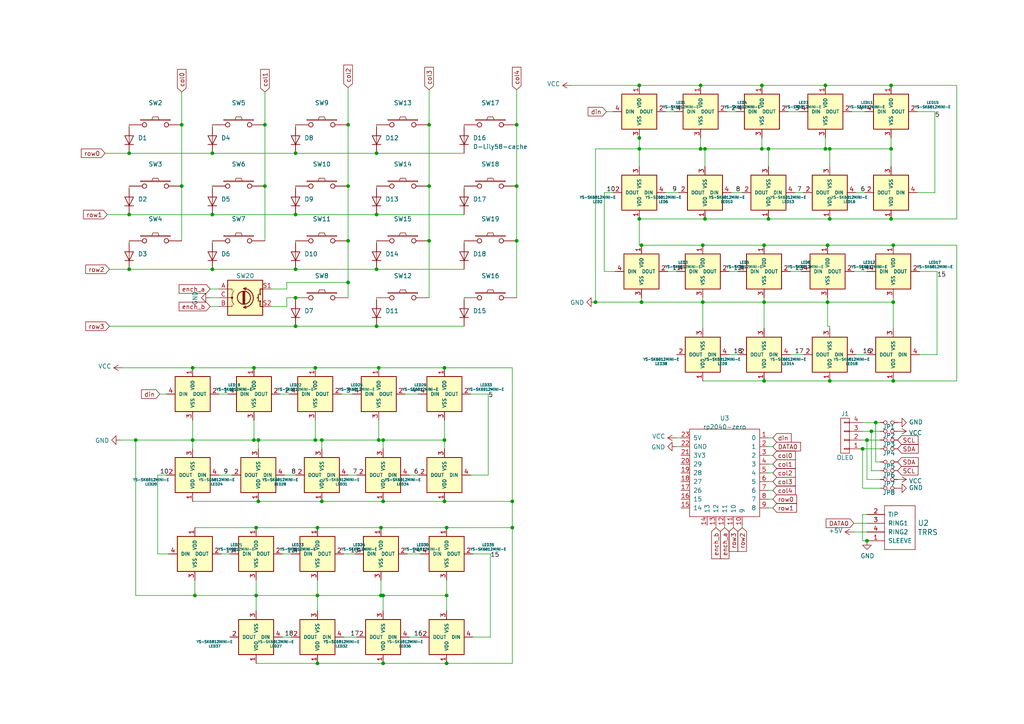
<source format=kicad_sch>
(kicad_sch (version 20230121) (generator eeschema)
  (paper "A4")
  (lib_symbols
    (symbol "SofleKeyboard-rescue:Jumper_NO_Small-Device" (pin_numbers hide) (pin_names (offset 0.762) hide)
      (property "Reference" "JP" (at 0 2.032 0))
      (property "Value" "Device_Jumper_NO_Small" (at 0.254 -1.524 0))
      (symbol "Jumper_NO_Small-Device_0_1"
        (pin passive line (at -2.54 0 0) (length 1.016) (name "1") (number "1"))
        (pin passive line (at 2.54 0 180) (length 1.016) (name "2") (number "2"))
      )
    )
    (symbol "SofleKeyboard-rescue:OLED-Lily58-cache-Lily58_Pro-rescue" (pin_names (offset 1.016) hide)
      (property "Reference" "J" (at 0 6.35 0))
      (property "Value" "OLED-Lily58-cache-Lily58_Pro-rescue" (at 2.54 0 90))
      (symbol "OLED-Lily58-cache-Lily58_Pro-rescue_1_1"
        (pin passive line (at -5.08 3.81 0) (length 3.81) (name "P1") (number "1"))
        (pin passive line (at -5.08 1.27 0) (length 3.81) (name "P2") (number "2"))
        (pin passive line (at -5.08 -1.27 0) (length 3.81) (name "P3") (number "3"))
        (pin passive line (at -5.08 -3.81 0) (length 3.81) (name "P4") (number "4"))
      )
    )
    (symbol "kbd:YS-SK6812MINI-E" (pin_names (offset 1.016))
      (property "Reference" "LED" (at 2.54 -7.62 0))
      (property "Value" "YS-SK6812MINI-E" (at 6.35 -6.35 0))
      (symbol "YS-SK6812MINI-E_1_1"
        (pin power_in line (at 0 7.62 270) (length 2.54) (name "VDD") (number "1"))
        (pin output line (at 7.62 0 180) (length 2.54) (name "DOUT") (number "2"))
        (pin power_in line (at 0 -7.62 90) (length 2.54) (name "VSS") (number "3"))
        (pin input line (at -7.62 0 0) (length 2.54) (name "DIN") (number "4"))
      )
    )
    (symbol "mcu_keeb:rp2040-zero" (pin_names (offset 1.016))
      (property "Reference" "U" (at 0 15.24 0))
      (property "Value" "rp2040-zero" (at 0 12.7 0))
      (symbol "rp2040-zero_1_1"
        (pin bidirectional line (at 12.7 8.89 180) (length 2.54) (name "0") (number "1"))
        (pin bidirectional line (at 5.08 -16.51 90) (length 2.54) (name "9") (number "10"))
        (pin bidirectional line (at 2.54 -16.51 90) (length 2.54) (name "10") (number "11"))
        (pin bidirectional line (at 0 -16.51 90) (length 2.54) (name "11") (number "12"))
        (pin bidirectional line (at -2.54 -16.51 90) (length 2.54) (name "12") (number "13"))
        (pin bidirectional line (at -5.08 -16.51 90) (length 2.54) (name "13") (number "14"))
        (pin bidirectional line (at -12.7 -11.43 0) (length 2.54) (name "14") (number "15"))
        (pin bidirectional line (at -12.7 -8.89 0) (length 2.54) (name "15") (number "16"))
        (pin bidirectional line (at -12.7 -6.35 0) (length 2.54) (name "26") (number "17"))
        (pin bidirectional line (at -12.7 -3.81 0) (length 2.54) (name "27") (number "18"))
        (pin bidirectional line (at -12.7 -1.27 0) (length 2.54) (name "28") (number "19"))
        (pin bidirectional line (at 12.7 6.35 180) (length 2.54) (name "1") (number "2"))
        (pin bidirectional line (at -12.7 1.27 0) (length 2.54) (name "29") (number "20"))
        (pin power_out line (at -12.7 3.81 0) (length 2.54) (name "3V3") (number "21"))
        (pin power_out line (at -12.7 6.35 0) (length 2.54) (name "GND") (number "22"))
        (pin power_out line (at -12.7 8.89 0) (length 2.54) (name "5V") (number "23"))
        (pin bidirectional line (at 12.7 3.81 180) (length 2.54) (name "2") (number "3"))
        (pin bidirectional line (at 12.7 1.27 180) (length 2.54) (name "3") (number "4"))
        (pin bidirectional line (at 12.7 -1.27 180) (length 2.54) (name "4") (number "5"))
        (pin bidirectional line (at 12.7 -3.81 180) (length 2.54) (name "5") (number "6"))
        (pin bidirectional line (at 12.7 -6.35 180) (length 2.54) (name "6") (number "7"))
        (pin bidirectional line (at 12.7 -8.89 180) (length 2.54) (name "7") (number "8"))
        (pin bidirectional line (at 12.7 -11.43 180) (length 2.54) (name "8") (number "9"))
      )
    )
    (symbol "micro_redox_split-rescue:TRRS-keebio" (pin_names (offset 1.016))
      (property "Reference" "U" (at 0 15.24 0))
      (property "Value" "keebio_TRRS" (at 0 -2.54 0))
      (symbol "TRRS-keebio_1_1"
        (pin input line (at -8.89 2.54 0) (length 5.08) (name "SLEEVE") (number "1"))
        (pin input line (at -8.89 10.16 0) (length 5.08) (name "TIP") (number "2"))
        (pin input line (at -8.89 7.62 0) (length 5.08) (name "RING1") (number "3"))
        (pin input line (at -8.89 5.08 0) (length 5.08) (name "RING2") (number "4"))
      )
    )
    (symbol "power:+5V" (power) (pin_names (offset 0))
      (property "Value" "+5V" (at 0 3.556 0))
      (symbol "+5V_1_1"
        (pin power_in line (at 0 0 90) (length 0) hide (name "+5V") (number "1"))
      )
    )
    (symbol "power:GND" (power) (pin_names (offset 0))
      (property "Value" "GND" (at 0 -3.81 0))
      (symbol "GND_1_1"
        (pin power_in line (at 0 0 270) (length 0) hide (name "GND") (number "1"))
      )
    )
    (symbol "power:VCC" (power) (pin_names (offset 0))
      (property "Value" "VCC" (at 0 3.81 0))
      (symbol "VCC_1_1"
        (pin power_in line (at 0 0 90) (length 0) hide (name "VCC") (number "1"))
      )
    )
    (symbol "sofle:D-Lily58-cache" (pin_numbers hide) (pin_names (offset 1.016) hide)
      (property "Reference" "D" (at 0 2.54 0))
      (property "Value" "D-Lily58-cache" (at 0 -2.54 0))
      (symbol "D-Lily58-cache_1_1"
        (pin passive line (at -3.81 0 0) (length 2.54) (name "K") (number "1"))
        (pin passive line (at 3.81 0 180) (length 2.54) (name "A") (number "2"))
      )
    )
    (symbol "sofle:Rotary_Encoder_Switch-Device" (pin_names (offset 0.254) hide)
      (property "Reference" "SW" (at 0 6.604 0))
      (property "Value" "Rotary_Encoder_Switch-Device" (at 0 -6.604 0))
      (symbol "Rotary_Encoder_Switch-Device_1_1"
        (pin passive line (at -7.62 2.54 0) (length 2.54) (name "A") (number "A"))
        (pin passive line (at -7.62 -2.54 0) (length 2.54) (name "B") (number "B"))
        (pin passive line (at -7.62 0 0) (length 2.54) (name "C") (number "C"))
        (pin passive line (at 7.62 2.54 180) (length 2.54) (name "S1") (number "S1"))
        (pin passive line (at 7.62 -2.54 180) (length 2.54) (name "S2") (number "S2"))
      )
    )
    (symbol "sofle:SW_PUSH-Lily58-cache" (pin_numbers hide) (pin_names (offset 1.016) hide)
      (property "Reference" "SW" (at 3.81 2.794 0))
      (property "Value" "SW_PUSH-Lily58-cache" (at 0 -2.032 0))
      (symbol "SW_PUSH-Lily58-cache_0_1"
        (pin passive inverted (at -7.62 0 0) (length 5.08) (name "1") (number "1"))
        (pin passive inverted (at 7.62 0 180) (length 5.08) (name "2") (number "2"))
      )
    )
  )
  (junction (at 203.835 71.12))
  (junction (at 258.445 24.765))
  (junction (at 259.08 110.49))
  (junction (at 128.905 127.635))
  (junction (at 85.725 86.36))
  (junction (at 61.595 44.45))
  (junction (at 252.73 125.095))
  (junction (at 185.42 40.005))
  (junction (at 100.965 53.975))
  (junction (at 251.46 156.845))
  (junction (at 55.88 127.635))
  (junction (at 129.54 153.035))
  (junction (at 110.49 153.035))
  (junction (at 222.885 43.18))
  (junction (at 149.86 53.975))
  (junction (at 109.855 106.68))
  (junction (at 61.595 62.23))
  (junction (at 92.075 172.72))
  (junction (at 111.125 172.72))
  (junction (at 128.905 145.415))
  (junction (at 186.055 87.63))
  (junction (at 37.465 62.23))
  (junction (at 149.86 36.195))
  (junction (at 61.595 78.105))
  (junction (at 254 122.555))
  (junction (at 85.725 78.105))
  (junction (at 129.54 192.405))
  (junction (at 74.93 145.415))
  (junction (at 203.2 24.765))
  (junction (at 73.66 127.635))
  (junction (at 221.615 110.49))
  (junction (at 85.725 62.23))
  (junction (at 124.46 53.975))
  (junction (at 74.295 153.035))
  (junction (at 100.965 36.195))
  (junction (at 109.22 62.23))
  (junction (at 251.46 127.635))
  (junction (at 203.835 87.63))
  (junction (at 148.59 145.415))
  (junction (at 55.88 106.68))
  (junction (at 52.705 36.195))
  (junction (at 239.395 43.18))
  (junction (at 258.445 63.5))
  (junction (at 129.54 172.72))
  (junction (at 220.98 24.765))
  (junction (at 92.075 192.405))
  (junction (at 74.295 172.72))
  (junction (at 204.47 43.18))
  (junction (at 39.37 127.635))
  (junction (at 172.72 87.63))
  (junction (at 239.395 24.765))
  (junction (at 111.125 127.635))
  (junction (at 52.705 53.975))
  (junction (at 92.075 153.035))
  (junction (at 149.86 69.85))
  (junction (at 128.905 106.68))
  (junction (at 109.22 94.615))
  (junction (at 148.59 153.035))
  (junction (at 85.725 44.45))
  (junction (at 109.855 127.635))
  (junction (at 240.665 110.49))
  (junction (at 93.345 127.635))
  (junction (at 185.42 43.18))
  (junction (at 259.08 71.12))
  (junction (at 221.615 87.63))
  (junction (at 76.835 36.195))
  (junction (at 111.125 192.405))
  (junction (at 240.665 63.5))
  (junction (at 37.465 78.105))
  (junction (at 56.515 172.72))
  (junction (at 185.42 63.5))
  (junction (at 91.44 106.68))
  (junction (at 109.22 44.45))
  (junction (at 222.885 63.5))
  (junction (at 259.08 87.63))
  (junction (at 76.835 53.975))
  (junction (at 74.93 127.635))
  (junction (at 73.66 106.68))
  (junction (at 185.42 24.765))
  (junction (at 240.03 87.63))
  (junction (at 221.615 71.12))
  (junction (at 37.465 44.45))
  (junction (at 203.2 43.18))
  (junction (at 186.055 71.12))
  (junction (at 110.49 172.72))
  (junction (at 91.44 127.635))
  (junction (at 109.22 78.105))
  (junction (at 258.445 43.18))
  (junction (at 100.965 81.915))
  (junction (at 124.46 69.85))
  (junction (at 100.965 69.85))
  (junction (at 124.46 36.195))
  (junction (at 240.665 43.18))
  (junction (at 250.19 130.175))
  (junction (at 85.725 94.615))
  (junction (at 240.03 71.12))
  (junction (at 204.47 63.5))
  (junction (at 220.98 43.18))
  (junction (at 93.345 145.415))
  (junction (at 111.125 145.415))
  (wire (pts (xy 229.235 102.87) (xy 233.045 102.87)))
  (wire (pts (xy 61.595 69.85) (xy 61.595 70.485)))
  (wire (pts (xy 251.46 127.635) (xy 251.46 139.065)))
  (wire (pts (xy 240.03 87.63) (xy 240.03 94.615)))
  (wire (pts (xy 211.455 102.87) (xy 213.995 102.87)))
  (wire (pts (xy 203.835 71.12) (xy 221.615 71.12)))
  (wire (pts (xy 247.65 78.74) (xy 251.46 78.74)))
  (wire (pts (xy 251.46 127.635) (xy 255.27 127.635)))
  (wire (pts (xy 63.5 137.795) (xy 67.31 137.795)))
  (wire (pts (xy 220.98 24.765) (xy 239.395 24.765)))
  (wire (pts (xy 129.54 172.72) (xy 129.54 168.275)))
  (wire (pts (xy 83.185 86.36) (xy 83.185 88.9)))
  (wire (pts (xy 149.86 26.035) (xy 149.86 36.195)))
  (wire (pts (xy 92.075 192.405) (xy 111.125 192.405)))
  (wire (pts (xy 258.445 43.18) (xy 258.445 40.005)))
  (wire (pts (xy 229.235 78.74) (xy 232.41 78.74)))
  (wire (pts (xy 250.19 125.095) (xy 252.73 125.095)))
  (wire (pts (xy 30.48 44.45) (xy 37.465 44.45)))
  (wire (pts (xy 74.93 127.635) (xy 91.44 127.635)))
  (wire (pts (xy 203.835 87.63) (xy 203.835 86.36)))
  (wire (pts (xy 93.345 127.635) (xy 109.855 127.635)))
  (wire (pts (xy 39.37 172.72) (xy 56.515 172.72)))
  (wire (pts (xy 128.905 127.635) (xy 128.905 130.175)))
  (wire (pts (xy 271.78 78.74) (xy 271.78 102.87)))
  (wire (pts (xy 60.96 83.82) (xy 63.5 83.82)))
  (wire (pts (xy 56.515 153.035) (xy 74.295 153.035)))
  (wire (pts (xy 203.2 43.18) (xy 203.2 40.005)))
  (wire (pts (xy 222.885 134.62) (xy 224.155 134.62)))
  (wire (pts (xy 222.885 43.18) (xy 239.395 43.18)))
  (wire (pts (xy 37.465 62.23) (xy 61.595 62.23)))
  (wire (pts (xy 141.605 114.3) (xy 141.605 137.795)))
  (wire (pts (xy 252.73 125.095) (xy 252.73 136.525)))
  (wire (pts (xy 142.24 160.655) (xy 142.24 184.785)))
  (wire (pts (xy 83.185 83.82) (xy 83.185 81.915)))
  (wire (pts (xy 39.37 127.635) (xy 55.88 127.635)))
  (wire (pts (xy 250.19 149.225) (xy 250.19 156.845)))
  (wire (pts (xy 78.74 83.82) (xy 83.185 83.82)))
  (wire (pts (xy 247.015 32.385) (xy 250.825 32.385)))
  (wire (pts (xy 204.47 48.26) (xy 204.47 43.18)))
  (wire (pts (xy 61.595 62.23) (xy 85.725 62.23)))
  (wire (pts (xy 172.72 87.63) (xy 172.72 43.18)))
  (wire (pts (xy 149.86 69.85) (xy 149.86 86.36)))
  (wire (pts (xy 76.835 36.195) (xy 76.835 53.975)))
  (wire (pts (xy 222.885 142.24) (xy 224.155 142.24)))
  (wire (pts (xy 61.595 53.975) (xy 61.595 54.61)))
  (wire (pts (xy 134.62 86.36) (xy 134.62 86.995)))
  (wire (pts (xy 221.615 87.63) (xy 221.615 95.25)))
  (wire (pts (xy 185.42 24.765) (xy 203.2 24.765)))
  (wire (pts (xy 100.965 137.795) (xy 103.505 137.795)))
  (wire (pts (xy 185.42 39.37) (xy 185.42 40.005)))
  (wire (pts (xy 148.59 106.68) (xy 148.59 145.415)))
  (wire (pts (xy 175.26 78.74) (xy 178.435 78.74)))
  (wire (pts (xy 74.93 145.415) (xy 93.345 145.415)))
  (wire (pts (xy 266.7 78.74) (xy 271.78 78.74)))
  (wire (pts (xy 247.65 154.305) (xy 251.46 154.305)))
  (wire (pts (xy 240.665 63.5) (xy 258.445 63.5)))
  (wire (pts (xy 91.44 127.635) (xy 93.345 127.635)))
  (wire (pts (xy 37.465 44.45) (xy 61.595 44.45)))
  (wire (pts (xy 252.73 136.525) (xy 255.27 136.525)))
  (wire (pts (xy 93.345 127.635) (xy 93.345 130.175)))
  (wire (pts (xy 83.185 88.9) (xy 78.74 88.9)))
  (wire (pts (xy 85.725 62.23) (xy 109.22 62.23)))
  (wire (pts (xy 230.505 55.88) (xy 233.045 55.88)))
  (wire (pts (xy 250.19 141.605) (xy 255.27 141.605)))
  (wire (pts (xy 128.905 106.68) (xy 148.59 106.68)))
  (wire (pts (xy 118.745 184.785) (xy 121.92 184.785)))
  (wire (pts (xy 128.905 145.415) (xy 148.59 145.415)))
  (wire (pts (xy 259.08 87.63) (xy 259.08 95.25)))
  (wire (pts (xy 222.885 132.08) (xy 224.155 132.08)))
  (wire (pts (xy 240.03 71.12) (xy 259.08 71.12)))
  (wire (pts (xy 48.26 137.795) (xy 45.72 137.795)))
  (wire (pts (xy 124.46 53.975) (xy 124.46 69.85)))
  (wire (pts (xy 74.295 192.405) (xy 92.075 192.405)))
  (wire (pts (xy 85.725 44.45) (xy 109.22 44.45)))
  (wire (pts (xy 203.835 110.49) (xy 221.615 110.49)))
  (wire (pts (xy 266.065 32.385) (xy 271.145 32.385)))
  (wire (pts (xy 203.835 87.63) (xy 203.835 95.25)))
  (wire (pts (xy 149.86 53.975) (xy 149.86 69.85)))
  (wire (pts (xy 251.46 149.225) (xy 250.19 149.225)))
  (wire (pts (xy 250.19 127.635) (xy 251.46 127.635)))
  (wire (pts (xy 37.465 36.195) (xy 37.465 36.83)))
  (wire (pts (xy 172.72 43.18) (xy 185.42 43.18)))
  (wire (pts (xy 63.5 114.3) (xy 66.04 114.3)))
  (wire (pts (xy 177.8 55.88) (xy 175.26 55.88)))
  (wire (pts (xy 185.42 40.005) (xy 185.42 43.18)))
  (wire (pts (xy 109.22 44.45) (xy 134.62 44.45)))
  (wire (pts (xy 109.22 78.105) (xy 134.62 78.105)))
  (wire (pts (xy 109.22 86.36) (xy 109.22 86.995)))
  (wire (pts (xy 111.125 127.635) (xy 111.125 130.175)))
  (wire (pts (xy 109.855 127.635) (xy 111.125 127.635)))
  (wire (pts (xy 111.125 172.72) (xy 111.125 177.165)))
  (wire (pts (xy 207.645 152.4) (xy 207.645 153.035)))
  (wire (pts (xy 222.885 129.54) (xy 224.155 129.54)))
  (wire (pts (xy 239.395 24.765) (xy 258.445 24.765)))
  (wire (pts (xy 148.59 192.405) (xy 129.54 192.405)))
  (wire (pts (xy 277.495 24.765) (xy 277.495 63.5)))
  (wire (pts (xy 259.08 110.49) (xy 277.495 110.49)))
  (wire (pts (xy 222.885 147.32) (xy 224.155 147.32)))
  (wire (pts (xy 220.98 43.18) (xy 220.98 40.005)))
  (wire (pts (xy 251.46 151.765) (xy 247.65 151.765)))
  (wire (pts (xy 91.44 106.68) (xy 109.855 106.68)))
  (wire (pts (xy 211.455 78.74) (xy 213.995 78.74)))
  (wire (pts (xy 128.905 121.92) (xy 128.905 127.635)))
  (wire (pts (xy 222.885 127) (xy 224.155 127)))
  (wire (pts (xy 240.665 43.18) (xy 258.445 43.18)))
  (wire (pts (xy 210.185 152.4) (xy 210.185 153.035)))
  (wire (pts (xy 228.6 32.385) (xy 231.775 32.385)))
  (wire (pts (xy 186.055 87.63) (xy 203.835 87.63)))
  (wire (pts (xy 250.19 130.175) (xy 250.19 141.605)))
  (wire (pts (xy 109.22 53.975) (xy 109.22 54.61)))
  (wire (pts (xy 100.965 81.915) (xy 100.965 86.36)))
  (wire (pts (xy 258.445 43.18) (xy 258.445 48.26)))
  (wire (pts (xy 100.965 36.195) (xy 100.965 53.975)))
  (wire (pts (xy 271.78 102.87) (xy 266.7 102.87)))
  (wire (pts (xy 277.495 63.5) (xy 258.445 63.5)))
  (wire (pts (xy 250.19 156.845) (xy 251.46 156.845)))
  (wire (pts (xy 52.705 53.975) (xy 52.705 69.85)))
  (wire (pts (xy 74.295 172.72) (xy 92.075 172.72)))
  (wire (pts (xy 240.03 87.63) (xy 240.03 86.36)))
  (wire (pts (xy 165.735 24.765) (xy 185.42 24.765)))
  (wire (pts (xy 100.965 25.4) (xy 100.965 36.195)))
  (wire (pts (xy 46.355 114.3) (xy 48.26 114.3)))
  (wire (pts (xy 175.26 55.88) (xy 175.26 78.74)))
  (wire (pts (xy 193.04 32.385) (xy 195.58 32.385)))
  (wire (pts (xy 134.62 69.85) (xy 134.62 70.485)))
  (wire (pts (xy 221.615 87.63) (xy 240.03 87.63)))
  (wire (pts (xy 185.42 63.5) (xy 204.47 63.5)))
  (wire (pts (xy 99.06 114.3) (xy 102.235 114.3)))
  (wire (pts (xy 204.47 43.18) (xy 220.98 43.18)))
  (wire (pts (xy 248.285 55.88) (xy 250.825 55.88)))
  (wire (pts (xy 186.055 87.63) (xy 186.055 86.36)))
  (wire (pts (xy 149.86 36.195) (xy 149.86 53.975)))
  (wire (pts (xy 76.835 26.67) (xy 76.835 36.195)))
  (wire (pts (xy 37.465 69.85) (xy 37.465 70.485)))
  (wire (pts (xy 124.46 26.035) (xy 124.46 36.195)))
  (wire (pts (xy 185.42 63.5) (xy 185.42 71.12)))
  (wire (pts (xy 172.72 87.63) (xy 186.055 87.63)))
  (wire (pts (xy 61.595 36.195) (xy 61.595 36.83)))
  (wire (pts (xy 196.215 127) (xy 197.485 127)))
  (wire (pts (xy 56.515 172.72) (xy 74.295 172.72)))
  (wire (pts (xy 55.88 127.635) (xy 55.88 121.92)))
  (wire (pts (xy 118.745 137.795) (xy 121.285 137.795)))
  (wire (pts (xy 220.98 43.18) (xy 222.885 43.18)))
  (wire (pts (xy 193.675 78.74) (xy 196.215 78.74)))
  (wire (pts (xy 31.75 78.105) (xy 37.465 78.105)))
  (wire (pts (xy 129.54 172.72) (xy 129.54 177.165)))
  (wire (pts (xy 254 133.985) (xy 255.27 133.985)))
  (wire (pts (xy 52.705 36.195) (xy 52.705 53.975)))
  (wire (pts (xy 240.665 43.18) (xy 240.665 48.26)))
  (wire (pts (xy 85.725 86.36) (xy 85.725 86.995)))
  (wire (pts (xy 252.73 125.095) (xy 255.27 125.095)))
  (wire (pts (xy 110.49 153.035) (xy 129.54 153.035)))
  (wire (pts (xy 204.47 63.5) (xy 222.885 63.5)))
  (wire (pts (xy 137.16 160.655) (xy 142.24 160.655)))
  (wire (pts (xy 31.75 94.615) (xy 85.725 94.615)))
  (wire (pts (xy 196.215 129.54) (xy 197.485 129.54)))
  (wire (pts (xy 109.22 36.195) (xy 109.22 36.83)))
  (wire (pts (xy 92.075 172.72) (xy 110.49 172.72)))
  (wire (pts (xy 85.725 53.975) (xy 85.725 54.61)))
  (wire (pts (xy 148.59 145.415) (xy 148.59 153.035)))
  (wire (pts (xy 92.075 172.72) (xy 92.075 177.165)))
  (wire (pts (xy 109.855 106.68) (xy 128.905 106.68)))
  (wire (pts (xy 35.56 106.68) (xy 55.88 106.68)))
  (wire (pts (xy 37.465 78.105) (xy 61.595 78.105)))
  (wire (pts (xy 222.885 137.16) (xy 224.155 137.16)))
  (wire (pts (xy 52.705 26.67) (xy 52.705 36.195)))
  (wire (pts (xy 74.295 168.275) (xy 74.295 172.72)))
  (wire (pts (xy 134.62 53.975) (xy 134.62 54.61)))
  (wire (pts (xy 76.835 53.975) (xy 76.835 69.85)))
  (wire (pts (xy 45.72 160.655) (xy 48.895 160.655)))
  (wire (pts (xy 111.125 145.415) (xy 128.905 145.415)))
  (wire (pts (xy 203.2 24.765) (xy 220.98 24.765)))
  (wire (pts (xy 61.595 44.45) (xy 85.725 44.45)))
  (wire (pts (xy 193.04 55.88) (xy 196.85 55.88)))
  (wire (pts (xy 99.695 160.655) (xy 102.87 160.655)))
  (wire (pts (xy 111.125 192.405) (xy 129.54 192.405)))
  (wire (pts (xy 91.44 127.635) (xy 91.44 121.92)))
  (wire (pts (xy 74.93 127.635) (xy 74.93 130.175)))
  (wire (pts (xy 248.285 102.87) (xy 251.46 102.87)))
  (wire (pts (xy 255.27 130.175) (xy 250.19 130.175)))
  (wire (pts (xy 124.46 36.195) (xy 124.46 53.975)))
  (wire (pts (xy 55.88 106.68) (xy 73.66 106.68)))
  (wire (pts (xy 221.615 71.12) (xy 240.03 71.12)))
  (wire (pts (xy 109.22 62.23) (xy 134.62 62.23)))
  (wire (pts (xy 93.345 145.415) (xy 111.125 145.415)))
  (wire (pts (xy 240.03 87.63) (xy 259.08 87.63)))
  (wire (pts (xy 117.475 114.3) (xy 121.285 114.3)))
  (wire (pts (xy 258.445 24.765) (xy 277.495 24.765)))
  (wire (pts (xy 136.525 114.3) (xy 141.605 114.3)))
  (wire (pts (xy 271.145 55.88) (xy 266.065 55.88)))
  (wire (pts (xy 100.965 53.975) (xy 100.965 69.85)))
  (wire (pts (xy 240.665 110.49) (xy 259.08 110.49)))
  (wire (pts (xy 92.075 168.275) (xy 92.075 172.72)))
  (wire (pts (xy 185.42 43.18) (xy 185.42 48.26)))
  (wire (pts (xy 110.49 168.275) (xy 110.49 172.72)))
  (wire (pts (xy 222.885 144.78) (xy 224.155 144.78)))
  (wire (pts (xy 100.965 69.85) (xy 100.965 81.915)))
  (wire (pts (xy 254 122.555) (xy 254 133.985)))
  (wire (pts (xy 99.695 184.785) (xy 103.505 184.785)))
  (wire (pts (xy 124.46 69.85) (xy 124.46 86.36)))
  (wire (pts (xy 74.295 153.035) (xy 92.075 153.035)))
  (wire (pts (xy 31.115 62.23) (xy 37.465 62.23)))
  (wire (pts (xy 215.265 152.4) (xy 215.265 153.035)))
  (wire (pts (xy 74.295 172.72) (xy 74.295 177.165)))
  (wire (pts (xy 45.72 137.795) (xy 45.72 160.655)))
  (wire (pts (xy 239.395 43.18) (xy 239.395 40.005)))
  (wire (pts (xy 210.82 32.385) (xy 213.36 32.385)))
  (wire (pts (xy 142.24 184.785) (xy 137.16 184.785)))
  (wire (pts (xy 34.925 127.635) (xy 39.37 127.635)))
  (wire (pts (xy 222.885 43.18) (xy 222.885 48.26)))
  (wire (pts (xy 186.055 71.12) (xy 203.835 71.12)))
  (wire (pts (xy 204.47 43.18) (xy 203.2 43.18)))
  (wire (pts (xy 134.62 36.195) (xy 134.62 36.83)))
  (wire (pts (xy 212.725 152.4) (xy 212.725 153.035)))
  (wire (pts (xy 37.465 53.975) (xy 37.465 54.61)))
  (wire (pts (xy 254 122.555) (xy 255.27 122.555)))
  (wire (pts (xy 64.135 160.655) (xy 66.675 160.655)))
  (wire (pts (xy 221.615 110.49) (xy 240.665 110.49)))
  (wire (pts (xy 148.59 153.035) (xy 148.59 192.405)))
  (wire (pts (xy 73.66 127.635) (xy 73.66 121.92)))
  (wire (pts (xy 111.125 172.72) (xy 129.54 172.72)))
  (wire (pts (xy 85.725 86.36) (xy 83.185 86.36)))
  (wire (pts (xy 240.03 94.615) (xy 240.665 94.615)))
  (wire (pts (xy 81.28 114.3) (xy 83.82 114.3)))
  (wire (pts (xy 55.88 127.635) (xy 55.88 130.175)))
  (wire (pts (xy 271.145 32.385) (xy 271.145 55.88)))
  (wire (pts (xy 111.125 127.635) (xy 128.905 127.635)))
  (wire (pts (xy 81.915 184.785) (xy 84.455 184.785)))
  (wire (pts (xy 148.59 153.035) (xy 129.54 153.035)))
  (wire (pts (xy 61.595 78.105) (xy 85.725 78.105)))
  (wire (pts (xy 239.395 43.18) (xy 240.665 43.18)))
  (wire (pts (xy 118.11 160.655) (xy 121.92 160.655)))
  (wire (pts (xy 85.725 36.195) (xy 85.725 36.83)))
  (wire (pts (xy 277.495 71.12) (xy 277.495 110.49)))
  (wire (pts (xy 222.885 139.7) (xy 224.155 139.7)))
  (wire (pts (xy 73.66 127.635) (xy 74.93 127.635)))
  (wire (pts (xy 39.37 127.635) (xy 39.37 172.72)))
  (wire (pts (xy 56.515 172.72) (xy 56.515 168.275)))
  (wire (pts (xy 60.96 88.9) (xy 63.5 88.9)))
  (wire (pts (xy 185.42 43.18) (xy 203.2 43.18)))
  (wire (pts (xy 109.855 127.635) (xy 109.855 121.92)))
  (wire (pts (xy 259.08 71.12) (xy 277.495 71.12)))
  (wire (pts (xy 141.605 137.795) (xy 136.525 137.795)))
  (wire (pts (xy 185.42 71.12) (xy 186.055 71.12)))
  (wire (pts (xy 109.22 94.615) (xy 134.62 94.615)))
  (wire (pts (xy 212.09 55.88) (xy 215.265 55.88)))
  (wire (pts (xy 175.895 32.385) (xy 177.8 32.385)))
  (wire (pts (xy 73.66 106.68) (xy 91.44 106.68)))
  (wire (pts (xy 60.96 86.36) (xy 63.5 86.36)))
  (wire (pts (xy 203.835 87.63) (xy 221.615 87.63)))
  (wire (pts (xy 250.19 122.555) (xy 254 122.555)))
  (wire (pts (xy 85.725 69.85) (xy 85.725 70.485)))
  (wire (pts (xy 85.725 78.105) (xy 109.22 78.105)))
  (wire (pts (xy 82.55 137.795) (xy 85.725 137.795)))
  (wire (pts (xy 222.885 63.5) (xy 240.665 63.5)))
  (wire (pts (xy 109.22 69.85) (xy 109.22 70.485)))
  (wire (pts (xy 221.615 87.63) (xy 221.615 86.36)))
  (wire (pts (xy 85.725 94.615) (xy 109.22 94.615)))
  (wire (pts (xy 240.665 94.615) (xy 240.665 95.25)))
  (wire (pts (xy 83.185 81.915) (xy 100.965 81.915)))
  (wire (pts (xy 251.46 139.065) (xy 255.27 139.065)))
  (wire (pts (xy 259.08 87.63) (xy 259.08 86.36)))
  (wire (pts (xy 55.88 145.415) (xy 74.93 145.415)))
  (wire (pts (xy 110.49 172.72) (xy 111.125 172.72)))
  (wire (pts (xy 55.88 127.635) (xy 73.66 127.635)))
  (wire (pts (xy 81.915 160.655) (xy 84.455 160.655)))
  (wire (pts (xy 92.075 153.035) (xy 110.49 153.035)))
  (label "10" (at 46.355 137.795 0))
  (label "10" (at 175.895 55.88 0))
  (label "16" (at 120.015 184.785 0))
  (label "5" (at 271.145 34.29 0))
  (label "7" (at 231.14 55.88 0))
  (label "17" (at 230.505 102.87 0))
  (label "18" (at 212.725 102.87 0))
  (label "6" (at 249.555 55.88 0))
  (label "18" (at 82.55 184.785 0))
  (label "14" (at 249.555 78.74 0))
  (label "1" (at 64.77 114.3 0))
  (label "12" (at 83.185 160.655 0))
  (label "2" (at 212.09 32.385 0))
  (label "3" (at 230.505 32.385 0))
  (label "15" (at 271.78 80.645 0))
  (label "8" (at 213.36 55.88 0))
  (label "13" (at 101.6 160.655 0))
  (label "17" (at 101.6 184.785 0))
  (label "2" (at 82.55 114.3 0))
  (label "1" (at 194.31 32.385 0))
  (label "11" (at 65.405 160.655 0))
  (label "14" (at 119.38 160.655 0))
  (label "9" (at 64.77 137.795 0))
  (label "9" (at 194.945 55.88 0))
  (label "5" (at 141.605 115.57 0))
  (label "11" (at 194.945 78.74 0))
  (label "4" (at 119.38 114.3 0))
  (label "16" (at 250.19 102.87 0))
  (label "3" (at 100.33 114.3 0))
  (label "15" (at 142.24 161.925 0))
  (label "4" (at 248.92 32.385 0))
  (label "13" (at 230.505 78.74 0))
  (label "12" (at 212.725 78.74 0))
  (label "7" (at 102.235 137.795 0))
  (label "8" (at 84.455 137.795 0))
  (label "6" (at 120.015 137.795 0))
  (global_label "col4" (shape input) (at 149.86 26.035 90) (property "Intersheetrefs" "${INTERSHEET_REFS}" (effects hide)))
  (global_label "col4" (shape input) (at 224.155 142.24 0) (property "Intersheetrefs" "${INTERSHEET_REFS}" (effects hide)))
  (global_label "row3" (shape input) (at 212.725 153.035 270) (property "Intersheetrefs" "${INTERSHEET_REFS}" (effects hide)))
  (global_label "row1" (shape input) (at 224.155 147.32 0) (property "Intersheetrefs" "${INTERSHEET_REFS}" (effects hide)))
  (global_label "col3" (shape input) (at 224.155 139.7 0) (property "Intersheetrefs" "${INTERSHEET_REFS}" (effects hide)))
  (global_label "row0" (shape input) (at 224.155 144.78 0) (property "Intersheetrefs" "${INTERSHEET_REFS}" (effects hide)))
  (global_label "SCL" (shape input) (at 260.35 127.635 0) (property "Intersheetrefs" "${INTERSHEET_REFS}" (effects hide)))
  (global_label "din" (shape input) (at 224.155 127 0) (property "Intersheetrefs" "${INTERSHEET_REFS}" (effects hide)))
  (global_label "col1" (shape input) (at 76.835 26.67 90) (property "Intersheetrefs" "${INTERSHEET_REFS}" (effects hide)))
  (global_label "SDA" (shape input) (at 260.35 133.985 0) (property "Intersheetrefs" "${INTERSHEET_REFS}" (effects hide)))
  (global_label "row0" (shape input) (at 30.48 44.45 180) (property "Intersheetrefs" "${INTERSHEET_REFS}" (effects hide)))
  (global_label "SDA" (shape input) (at 260.35 130.175 0) (property "Intersheetrefs" "${INTERSHEET_REFS}" (effects hide)))
  (global_label "ench_a" (shape input) (at 60.96 83.82 180) (property "Intersheetrefs" "${INTERSHEET_REFS}" (effects hide)))
  (global_label "DATA0" (shape input) (at 247.65 151.765 180) (property "Intersheetrefs" "${INTERSHEET_REFS}" (effects hide)))
  (global_label "col1" (shape input) (at 224.155 134.62 0) (property "Intersheetrefs" "${INTERSHEET_REFS}" (effects hide)))
  (global_label "row2" (shape input) (at 31.75 78.105 180) (property "Intersheetrefs" "${INTERSHEET_REFS}" (effects hide)))
  (global_label "ench_b" (shape input) (at 207.645 153.035 270) (property "Intersheetrefs" "${INTERSHEET_REFS}" (effects hide)))
  (global_label "SCL" (shape input) (at 260.35 136.525 0) (property "Intersheetrefs" "${INTERSHEET_REFS}" (effects hide)))
  (global_label "col0" (shape input) (at 52.705 26.67 90) (property "Intersheetrefs" "${INTERSHEET_REFS}" (effects hide)))
  (global_label "din" (shape input) (at 175.895 32.385 180) (property "Intersheetrefs" "${INTERSHEET_REFS}" (effects hide)))
  (global_label "col3" (shape input) (at 124.46 26.035 90) (property "Intersheetrefs" "${INTERSHEET_REFS}" (effects hide)))
  (global_label "DATA0" (shape input) (at 224.155 129.54 0) (property "Intersheetrefs" "${INTERSHEET_REFS}" (effects hide)))
  (global_label "col2" (shape input) (at 100.965 25.4 90) (property "Intersheetrefs" "${INTERSHEET_REFS}" (effects hide)))
  (global_label "din" (shape input) (at 46.355 114.3 180) (property "Intersheetrefs" "${INTERSHEET_REFS}" (effects hide)))
  (global_label "ench_a" (shape input) (at 210.185 153.035 270) (property "Intersheetrefs" "${INTERSHEET_REFS}" (effects hide)))
  (global_label "row1" (shape input) (at 31.115 62.23 180) (property "Intersheetrefs" "${INTERSHEET_REFS}" (effects hide)))
  (global_label "col2" (shape input) (at 224.155 137.16 0) (property "Intersheetrefs" "${INTERSHEET_REFS}" (effects hide)))
  (global_label "row2" (shape input) (at 215.265 153.035 270) (property "Intersheetrefs" "${INTERSHEET_REFS}" (effects hide)))
  (global_label "row3" (shape input) (at 31.75 94.615 180) (property "Intersheetrefs" "${INTERSHEET_REFS}" (effects hide)))
  (global_label "col0" (shape input) (at 224.155 132.08 0) (property "Intersheetrefs" "${INTERSHEET_REFS}" (effects hide)))
  (global_label "ench_b" (shape input) (at 60.96 88.9 180) (property "Intersheetrefs" "${INTERSHEET_REFS}" (effects hide)))
  (symbol (lib_id "micro_redox_split-rescue:TRRS-keebio") (at 260.35 159.385 0) (unit 1)
    (property "Reference" "U2" (at 266.1412 151.6888 0) (effects (font (size 1.524 1.524)) (justify left)))
    (property "Value" "TRRS" (at 266.1412 154.3812 0) (effects (font (size 1.524 1.524)) (justify left)))
    (property "Footprint" "Keebio-Parts:TRRS-PJ-320A-no-Fmask-makenova-reversible" (effects hide))
  )
  (symbol (lib_id "power:GND") (at 251.46 156.845 0) (unit 1)
    (property "Reference" "#PWR020" (effects hide))
    (property "Value" "GND" (at 251.587 161.2392 0))
  )
  (symbol (lib_id "power:+5V") (at 247.65 154.305 90) (unit 1)
    (property "Reference" "#PWR019" (effects hide))
    (property "Value" "+5V" (at 244.3988 153.924 90) (effects (justify left)))
  )
  (symbol (lib_id "kbd:YS-SK6812MINI-E") (at 74.295 184.785 180) (unit 1)
    (property "Reference" "LED37" (at 62.23 187.4138 0) (effects (font (size 0.7366 0.7366))))
    (property "Value" "YS-SK6812MINI-E" (at 62.23 186.1438 0) (effects (font (size 0.7366 0.7366))))
    (property "Footprint" "kbd:YS-SK6812MINI-E" (effects hide))
  )
  (symbol (lib_id "kbd:YS-SK6812MINI-E") (at 128.905 137.795 180) (unit 1)
    (property "Reference" "LED34" (at 116.84 140.4238 0) (effects (font (size 0.7366 0.7366))))
    (property "Value" "YS-SK6812MINI-E" (at 116.84 139.1538 0) (effects (font (size 0.7366 0.7366))))
    (property "Footprint" "kbd:YS-SK6812MINI-E" (effects hide))
  )
  (symbol (lib_id "kbd:YS-SK6812MINI-E") (at 259.08 78.74 0) (unit 1)
    (property "Reference" "LED17" (at 271.145 76.1112 0) (effects (font (size 0.7366 0.7366))))
    (property "Value" "YS-SK6812MINI-E" (at 271.145 77.3812 0) (effects (font (size 0.7366 0.7366))))
    (property "Footprint" "kbd:YS-SK6812MINI-E" (effects hide))
  )
  (symbol (lib_id "sofle:Rotary_Encoder_Switch-Device") (at 71.12 86.36 0) (unit 1)
    (property "Reference" "SW20" (at 71.12 80.01 0))
    (property "Value" "Rotary_Encoder_Switch-Device" (effects hide))
    (property "Footprint" "sofle:RotaryEncoder_Alps_EC11E-Switch_Vertical_H20mm-keebio_modified" (effects hide))
  )
  (symbol (lib_id "SofleKeyboard-rescue:Jumper_NO_Small-Device") (at 257.81 139.065 0) (unit 1)
    (property "Reference" "JP7" (at 257.81 140.335 0))
    (property "Value" "Jumper_NO_Small" (effects hide))
    (property "Footprint" "sofle:Jumper" (effects hide))
  )
  (symbol (lib_id "sofle:SW_PUSH-Lily58-cache") (at 45.085 69.85 0) (unit 1)
    (property "Reference" "SW4" (at 45.085 63.5 0))
    (property "Value" "SW_PUSH-Lily58-cache" (effects hide))
    (property "Footprint" "sofle:CherryMX_Hotswap" (effects hide))
  )
  (symbol (lib_id "kbd:YS-SK6812MINI-E") (at 128.905 114.3 0) (unit 1)
    (property "Reference" "LED33" (at 140.97 111.6712 0) (effects (font (size 0.7366 0.7366))))
    (property "Value" "YS-SK6812MINI-E" (at 140.97 112.9412 0) (effects (font (size 0.7366 0.7366))))
    (property "Footprint" "kbd:YS-SK6812MINI-E" (effects hide))
  )
  (symbol (lib_id "power:VCC") (at 35.56 106.68 90) (unit 1)
    (property "Reference" "#PWR010" (effects hide))
    (property "Value" "VCC" (at 32.3088 106.2482 90) (effects (justify left)))
  )
  (symbol (lib_id "kbd:YS-SK6812MINI-E") (at 185.42 55.88 180) (unit 1)
    (property "Reference" "LED2" (at 173.355 58.5088 0) (effects (font (size 0.7366 0.7366))))
    (property "Value" "YS-SK6812MINI-E" (at 173.355 57.2388 0) (effects (font (size 0.7366 0.7366))))
    (property "Footprint" "kbd:YS-SK6812MINI-E" (effects hide))
  )
  (symbol (lib_id "kbd:YS-SK6812MINI-E") (at 221.615 78.74 0) (unit 1)
    (property "Reference" "LED8" (at 233.68 76.1112 0) (effects (font (size 0.7366 0.7366))))
    (property "Value" "YS-SK6812MINI-E" (at 233.68 77.3812 0) (effects (font (size 0.7366 0.7366))))
    (property "Footprint" "kbd:YS-SK6812MINI-E" (effects hide))
  )
  (symbol (lib_id "sofle:SW_PUSH-Lily58-cache") (at 116.84 86.36 0) (unit 1)
    (property "Reference" "SW12" (at 116.84 80.01 0))
    (property "Value" "SW_PUSH-Lily58-cache" (effects hide))
    (property "Footprint" "sofle:CherryMX_Hotswap" (effects hide))
  )
  (symbol (lib_id "sofle:SW_PUSH-Lily58-cache") (at 116.84 69.85 0) (unit 1)
    (property "Reference" "SW15" (at 116.84 63.5 0))
    (property "Value" "SW_PUSH-Lily58-cache" (effects hide))
    (property "Footprint" "sofle:CherryMX_Hotswap" (effects hide))
  )
  (symbol (lib_id "kbd:YS-SK6812MINI-E") (at 91.44 114.3 0) (unit 1)
    (property "Reference" "LED25" (at 103.505 111.6712 0) (effects (font (size 0.7366 0.7366))))
    (property "Value" "YS-SK6812MINI-E" (at 103.505 112.9412 0) (effects (font (size 0.7366 0.7366))))
    (property "Footprint" "kbd:YS-SK6812MINI-E" (effects hide))
  )
  (symbol (lib_id "sofle:D-Lily58-cache") (at 134.62 90.805 90) (unit 1)
    (property "Reference" "D15" (at 137.16 90.17 90) (effects (justify right)))
    (property "Value" "D-Lily58-cache" (effects hide))
    (property "Footprint" "sofle:Diode_SOD123" (effects hide))
  )
  (symbol (lib_id "sofle:D-Lily58-cache") (at 85.725 58.42 90) (unit 1)
    (property "Reference" "D9" (at 88.265 57.785 90) (effects (justify right)))
    (property "Value" "D-Lily58-cache" (effects hide))
    (property "Footprint" "sofle:Diode_SOD123" (effects hide))
  )
  (symbol (lib_id "kbd:YS-SK6812MINI-E") (at 204.47 55.88 180) (unit 1)
    (property "Reference" "LED6" (at 192.405 58.5088 0) (effects (font (size 0.7366 0.7366))))
    (property "Value" "YS-SK6812MINI-E" (at 192.405 57.2388 0) (effects (font (size 0.7366 0.7366))))
    (property "Footprint" "kbd:YS-SK6812MINI-E" (effects hide))
  )
  (symbol (lib_id "kbd:YS-SK6812MINI-E") (at 74.93 137.795 180) (unit 1)
    (property "Reference" "LED24" (at 62.865 140.4238 0) (effects (font (size 0.7366 0.7366))))
    (property "Value" "YS-SK6812MINI-E" (at 62.865 139.1538 0) (effects (font (size 0.7366 0.7366))))
    (property "Footprint" "kbd:YS-SK6812MINI-E" (effects hide))
  )
  (symbol (lib_id "kbd:YS-SK6812MINI-E") (at 55.88 137.795 180) (unit 1)
    (property "Reference" "LED20" (at 43.815 140.4238 0) (effects (font (size 0.7366 0.7366))))
    (property "Value" "YS-SK6812MINI-E" (at 43.815 139.1538 0) (effects (font (size 0.7366 0.7366))))
    (property "Footprint" "kbd:YS-SK6812MINI-E" (effects hide))
  )
  (symbol (lib_id "kbd:YS-SK6812MINI-E") (at 240.665 55.88 180) (unit 1)
    (property "Reference" "LED13" (at 228.6 58.5088 0) (effects (font (size 0.7366 0.7366))))
    (property "Value" "YS-SK6812MINI-E" (at 228.6 57.2388 0) (effects (font (size 0.7366 0.7366))))
    (property "Footprint" "kbd:YS-SK6812MINI-E" (effects hide))
  )
  (symbol (lib_id "sofle:D-Lily58-cache") (at 85.725 40.64 90) (unit 1)
    (property "Reference" "D8" (at 88.265 40.005 90) (effects (justify right)))
    (property "Value" "D-Lily58-cache" (effects hide))
    (property "Footprint" "sofle:Diode_SOD123" (effects hide))
  )
  (symbol (lib_id "kbd:YS-SK6812MINI-E") (at 111.125 184.785 180) (unit 1)
    (property "Reference" "LED32" (at 99.06 187.4138 0) (effects (font (size 0.7366 0.7366))))
    (property "Value" "YS-SK6812MINI-E" (at 99.06 186.1438 0) (effects (font (size 0.7366 0.7366))))
    (property "Footprint" "kbd:YS-SK6812MINI-E" (effects hide))
  )
  (symbol (lib_id "sofle:D-Lily58-cache") (at 85.725 74.295 90) (unit 1)
    (property "Reference" "D10" (at 88.265 73.66 90) (effects (justify right)))
    (property "Value" "D-Lily58-cache" (effects hide))
    (property "Footprint" "sofle:Diode_SOD123" (effects hide))
  )
  (symbol (lib_id "sofle:D-Lily58-cache") (at 134.62 40.64 90) (unit 1)
    (property "Reference" "D16" (at 137.16 40.005 90) (effects (justify right)))
    (property "Value" "D-Lily58-cache" (at 137.16 42.545 90) (effects (justify right)))
    (property "Footprint" "sofle:Diode_SOD123" (effects hide))
  )
  (symbol (lib_id "sofle:SW_PUSH-Lily58-cache") (at 93.345 69.85 0) (unit 1)
    (property "Reference" "SW11" (at 93.345 63.5 0))
    (property "Value" "SW_PUSH-Lily58-cache" (effects hide))
    (property "Footprint" "sofle:CherryMX_Hotswap" (effects hide))
  )
  (symbol (lib_id "sofle:SW_PUSH-Lily58-cache") (at 69.215 36.195 0) (unit 1)
    (property "Reference" "SW5" (at 69.215 29.845 0))
    (property "Value" "SW_PUSH-Lily58-cache" (effects hide))
    (property "Footprint" "sofle:CherryMX_Hotswap" (effects hide))
  )
  (symbol (lib_id "sofle:SW_PUSH-Lily58-cache") (at 142.24 86.36 0) (unit 1)
    (property "Reference" "SW16" (at 142.24 80.01 0))
    (property "Value" "SW_PUSH-Lily58-cache" (effects hide))
    (property "Footprint" "sofle:CherryMX_Hotswap" (effects hide))
  )
  (symbol (lib_id "SofleKeyboard-rescue:Jumper_NO_Small-Device") (at 257.81 130.175 0) (unit 1)
    (property "Reference" "JP4" (at 257.81 131.445 0))
    (property "Value" "Jumper_NO_Small" (effects hide))
    (property "Footprint" "sofle:Jumper" (effects hide))
  )
  (symbol (lib_id "power:VCC") (at 260.35 125.095 270) (unit 1)
    (property "Reference" "#PWR03" (effects hide))
    (property "Value" "VCC" (at 263.6012 125.5268 90) (effects (justify left)))
  )
  (symbol (lib_id "sofle:D-Lily58-cache") (at 85.725 90.805 90) (unit 1)
    (property "Reference" "D7" (at 88.265 90.17 90) (effects (justify right)))
    (property "Value" "D-Lily58-cache" (effects hide))
    (property "Footprint" "sofle:Diode_SOD123" (effects hide))
  )
  (symbol (lib_id "kbd:YS-SK6812MINI-E") (at 239.395 32.385 0) (unit 1)
    (property "Reference" "LED11" (at 251.46 29.7562 0) (effects (font (size 0.7366 0.7366))))
    (property "Value" "YS-SK6812MINI-E" (at 251.46 31.0262 0) (effects (font (size 0.7366 0.7366))))
    (property "Footprint" "kbd:YS-SK6812MINI-E" (effects hide))
  )
  (symbol (lib_id "power:GND") (at 34.925 127.635 270) (unit 1)
    (property "Reference" "#PWR011" (effects hide))
    (property "Value" "GND" (at 31.6738 127.762 90) (effects (justify right)))
  )
  (symbol (lib_id "power:VCC") (at 196.215 127 90) (unit 1)
    (property "Reference" "#PWR06" (effects hide))
    (property "Value" "VCC" (at 192.9638 126.5682 90) (effects (justify left)))
  )
  (symbol (lib_id "kbd:YS-SK6812MINI-E") (at 259.08 102.87 180) (unit 1)
    (property "Reference" "LED18" (at 247.015 105.4988 0) (effects (font (size 0.7366 0.7366))))
    (property "Value" "YS-SK6812MINI-E" (at 247.015 104.2288 0) (effects (font (size 0.7366 0.7366))))
    (property "Footprint" "kbd:YS-SK6812MINI-E" (effects hide))
  )
  (symbol (lib_id "kbd:YS-SK6812MINI-E") (at 92.075 160.655 0) (unit 1)
    (property "Reference" "LED26" (at 104.14 158.0262 0) (effects (font (size 0.7366 0.7366))))
    (property "Value" "YS-SK6812MINI-E" (at 104.14 159.2962 0) (effects (font (size 0.7366 0.7366))))
    (property "Footprint" "kbd:YS-SK6812MINI-E" (effects hide))
  )
  (symbol (lib_id "sofle:SW_PUSH-Lily58-cache") (at 69.215 53.975 0) (unit 1)
    (property "Reference" "SW6" (at 69.215 47.625 0))
    (property "Value" "SW_PUSH-Lily58-cache" (effects hide))
    (property "Footprint" "sofle:CherryMX_Hotswap" (effects hide))
  )
  (symbol (lib_id "kbd:YS-SK6812MINI-E") (at 74.295 160.655 0) (unit 1)
    (property "Reference" "LED23" (at 86.36 158.0262 0) (effects (font (size 0.7366 0.7366))))
    (property "Value" "YS-SK6812MINI-E" (at 86.36 159.2962 0) (effects (font (size 0.7366 0.7366))))
    (property "Footprint" "kbd:YS-SK6812MINI-E" (effects hide))
  )
  (symbol (lib_id "kbd:YS-SK6812MINI-E") (at 55.88 114.3 0) (unit 1)
    (property "Reference" "LED19" (at 67.945 111.6712 0) (effects (font (size 0.7366 0.7366))))
    (property "Value" "YS-SK6812MINI-E" (at 67.945 112.9412 0) (effects (font (size 0.7366 0.7366))))
    (property "Footprint" "kbd:YS-SK6812MINI-E" (effects hide))
  )
  (symbol (lib_id "kbd:YS-SK6812MINI-E") (at 240.665 102.87 180) (unit 1)
    (property "Reference" "LED14" (at 228.6 105.4988 0) (effects (font (size 0.7366 0.7366))))
    (property "Value" "YS-SK6812MINI-E" (at 228.6 104.2288 0) (effects (font (size 0.7366 0.7366))))
    (property "Footprint" "kbd:YS-SK6812MINI-E" (effects hide))
  )
  (symbol (lib_id "kbd:YS-SK6812MINI-E") (at 240.03 78.74 0) (unit 1)
    (property "Reference" "LED12" (at 252.095 76.1112 0) (effects (font (size 0.7366 0.7366))))
    (property "Value" "YS-SK6812MINI-E" (at 252.095 77.3812 0) (effects (font (size 0.7366 0.7366))))
    (property "Footprint" "kbd:YS-SK6812MINI-E" (effects hide))
  )
  (symbol (lib_id "kbd:YS-SK6812MINI-E") (at 203.835 102.87 180) (unit 1)
    (property "Reference" "LED38" (at 191.77 105.4988 0) (effects (font (size 0.7366 0.7366))))
    (property "Value" "YS-SK6812MINI-E" (at 191.77 104.2288 0) (effects (font (size 0.7366 0.7366))))
    (property "Footprint" "kbd:YS-SK6812MINI-E" (effects hide))
  )
  (symbol (lib_id "sofle:SW_PUSH-Lily58-cache") (at 45.085 36.195 0) (unit 1)
    (property "Reference" "SW2" (at 45.085 29.845 0))
    (property "Value" "SW_PUSH-Lily58-cache" (effects hide))
    (property "Footprint" "sofle:CherryMX_Hotswap" (effects hide))
  )
  (symbol (lib_id "sofle:SW_PUSH-Lily58-cache") (at 116.84 36.195 0) (unit 1)
    (property "Reference" "SW13" (at 116.84 29.845 0))
    (property "Value" "SW_PUSH-Lily58-cache" (effects hide))
    (property "Footprint" "sofle:CherryMX_Hotswap" (effects hide))
  )
  (symbol (lib_id "power:VCC") (at 260.35 139.065 270) (unit 1)
    (property "Reference" "#PWR04" (effects hide))
    (property "Value" "VCC" (at 263.6012 139.4968 90) (effects (justify left)))
  )
  (symbol (lib_id "sofle:D-Lily58-cache") (at 37.465 74.295 90) (unit 1)
    (property "Reference" "D3" (at 40.005 73.66 90) (effects (justify right)))
    (property "Value" "D-Lily58-cache" (effects hide))
    (property "Footprint" "sofle:Diode_SOD123" (effects hide))
  )
  (symbol (lib_id "sofle:D-Lily58-cache") (at 134.62 58.42 90) (unit 1)
    (property "Reference" "D17" (at 137.16 57.785 90) (effects (justify right)))
    (property "Value" "D-Lily58-cache" (effects hide))
    (property "Footprint" "sofle:Diode_SOD123" (effects hide))
  )
  (symbol (lib_id "sofle:SW_PUSH-Lily58-cache") (at 45.085 53.975 0) (unit 1)
    (property "Reference" "SW3" (at 45.085 47.625 0))
    (property "Value" "SW_PUSH-Lily58-cache" (effects hide))
    (property "Footprint" "sofle:CherryMX_Hotswap" (effects hide))
  )
  (symbol (lib_id "kbd:YS-SK6812MINI-E") (at 203.2 32.385 0) (unit 1)
    (property "Reference" "LED4" (at 215.265 29.7562 0) (effects (font (size 0.7366 0.7366))))
    (property "Value" "YS-SK6812MINI-E" (at 215.265 31.0262 0) (effects (font (size 0.7366 0.7366))))
    (property "Footprint" "kbd:YS-SK6812MINI-E" (effects hide))
  )
  (symbol (lib_id "sofle:D-Lily58-cache") (at 61.595 74.295 90) (unit 1)
    (property "Reference" "D6" (at 64.135 73.66 90) (effects (justify right)))
    (property "Value" "D-Lily58-cache" (effects hide))
    (property "Footprint" "sofle:Diode_SOD123" (effects hide))
  )
  (symbol (lib_id "sofle:D-Lily58-cache") (at 109.22 74.295 90) (unit 1)
    (property "Reference" "D14" (at 111.76 73.66 90) (effects (justify right)))
    (property "Value" "D-Lily58-cache" (effects hide))
    (property "Footprint" "sofle:Diode_SOD123" (effects hide))
  )
  (symbol (lib_id "kbd:YS-SK6812MINI-E") (at 186.055 78.74 0) (unit 1)
    (property "Reference" "LED3" (at 198.12 76.1112 0) (effects (font (size 0.7366 0.7366))))
    (property "Value" "YS-SK6812MINI-E" (at 198.12 77.3812 0) (effects (font (size 0.7366 0.7366))))
    (property "Footprint" "kbd:YS-SK6812MINI-E" (effects hide))
  )
  (symbol (lib_id "sofle:D-Lily58-cache") (at 37.465 58.42 90) (unit 1)
    (property "Reference" "D2" (at 40.005 57.785 90) (effects (justify right)))
    (property "Value" "D-Lily58-cache" (effects hide))
    (property "Footprint" "sofle:Diode_SOD123" (effects hide))
  )
  (symbol (lib_id "mcu_keeb:rp2040-zero") (at 210.185 135.89 0) (unit 1)
    (property "Reference" "U3" (at 210.185 121.285 0))
    (property "Value" "rp2040-zero" (at 210.185 123.825 0))
    (property "Footprint" "keeb_mcu:rp2040-zero-tht" (effects hide))
  )
  (symbol (lib_id "SofleKeyboard-rescue:Jumper_NO_Small-Device") (at 257.81 141.605 0) (unit 1)
    (property "Reference" "JP8" (at 257.81 142.875 0))
    (property "Value" "Jumper_NO_Small" (effects hide))
    (property "Footprint" "sofle:Jumper" (effects hide))
  )
  (symbol (lib_id "power:GND") (at 60.96 86.36 270) (unit 1)
    (property "Reference" "#PWR01" (effects hide))
    (property "Value" "GND" (at 56.5658 86.487 0))
  )
  (symbol (lib_id "power:GND") (at 260.35 122.555 90) (unit 1)
    (property "Reference" "#PWR02" (effects hide))
    (property "Value" "GND" (at 263.6012 122.428 90) (effects (justify right)))
  )
  (symbol (lib_id "kbd:YS-SK6812MINI-E") (at 93.345 137.795 180) (unit 1)
    (property "Reference" "LED28" (at 81.28 140.4238 0) (effects (font (size 0.7366 0.7366))))
    (property "Value" "YS-SK6812MINI-E" (at 81.28 139.1538 0) (effects (font (size 0.7366 0.7366))))
    (property "Footprint" "kbd:YS-SK6812MINI-E" (effects hide))
  )
  (symbol (lib_id "kbd:YS-SK6812MINI-E") (at 222.885 55.88 180) (unit 1)
    (property "Reference" "LED10" (at 210.82 58.5088 0) (effects (font (size 0.7366 0.7366))))
    (property "Value" "YS-SK6812MINI-E" (at 210.82 57.2388 0) (effects (font (size 0.7366 0.7366))))
    (property "Footprint" "kbd:YS-SK6812MINI-E" (effects hide))
  )
  (symbol (lib_id "kbd:YS-SK6812MINI-E") (at 111.125 137.795 180) (unit 1)
    (property "Reference" "LED31" (at 99.06 140.4238 0) (effects (font (size 0.7366 0.7366))))
    (property "Value" "YS-SK6812MINI-E" (at 99.06 139.1538 0) (effects (font (size 0.7366 0.7366))))
    (property "Footprint" "kbd:YS-SK6812MINI-E" (effects hide))
  )
  (symbol (lib_id "power:VCC") (at 165.735 24.765 90) (unit 1)
    (property "Reference" "#PWR09" (effects hide))
    (property "Value" "VCC" (at 162.4838 24.3332 90) (effects (justify left)))
  )
  (symbol (lib_id "kbd:YS-SK6812MINI-E") (at 221.615 102.87 180) (unit 1)
    (property "Reference" "LED9" (at 209.55 105.4988 0) (effects (font (size 0.7366 0.7366))))
    (property "Value" "YS-SK6812MINI-E" (at 209.55 104.2288 0) (effects (font (size 0.7366 0.7366))))
    (property "Footprint" "kbd:YS-SK6812MINI-E" (effects hide))
  )
  (symbol (lib_id "sofle:SW_PUSH-Lily58-cache") (at 142.24 69.85 0) (unit 1)
    (property "Reference" "SW19" (at 142.24 63.5 0))
    (property "Value" "SW_PUSH-Lily58-cache" (effects hide))
    (property "Footprint" "sofle:CherryMX_Hotswap" (effects hide))
  )
  (symbol (lib_id "sofle:SW_PUSH-Lily58-cache") (at 142.24 53.975 0) (unit 1)
    (property "Reference" "SW18" (at 142.24 47.625 0))
    (property "Value" "SW_PUSH-Lily58-cache" (effects hide))
    (property "Footprint" "sofle:CherryMX_Hotswap" (effects hide))
  )
  (symbol (lib_id "SofleKeyboard-rescue:Jumper_NO_Small-Device") (at 257.81 127.635 0) (unit 1)
    (property "Reference" "JP3" (at 257.81 128.905 0))
    (property "Value" "Jumper_NO_Small" (effects hide))
    (property "Footprint" "sofle:Jumper" (effects hide))
  )
  (symbol (lib_id "kbd:YS-SK6812MINI-E") (at 110.49 160.655 0) (unit 1)
    (property "Reference" "LED30" (at 122.555 158.0262 0) (effects (font (size 0.7366 0.7366))))
    (property "Value" "YS-SK6812MINI-E" (at 122.555 159.2962 0) (effects (font (size 0.7366 0.7366))))
    (property "Footprint" "kbd:YS-SK6812MINI-E" (effects hide))
  )
  (symbol (lib_id "sofle:D-Lily58-cache") (at 109.22 40.64 90) (unit 1)
    (property "Reference" "D12" (at 111.76 40.005 90) (effects (justify right)))
    (property "Value" "D-Lily58-cache" (effects hide))
    (property "Footprint" "sofle:Diode_SOD123" (effects hide))
  )
  (symbol (lib_id "sofle:D-Lily58-cache") (at 109.22 58.42 90) (unit 1)
    (property "Reference" "D13" (at 111.76 57.785 90) (effects (justify right)))
    (property "Value" "D-Lily58-cache" (effects hide))
    (property "Footprint" "sofle:Diode_SOD123" (effects hide))
  )
  (symbol (lib_id "kbd:YS-SK6812MINI-E") (at 185.42 32.385 0) (unit 1)
    (property "Reference" "LED1" (at 197.485 29.7562 0) (effects (font (size 0.7366 0.7366))))
    (property "Value" "YS-SK6812MINI-E" (at 197.485 31.0262 0) (effects (font (size 0.7366 0.7366))))
    (property "Footprint" "kbd:YS-SK6812MINI-E" (effects hide))
  )
  (symbol (lib_id "power:GND") (at 172.72 87.63 270) (unit 1)
    (property "Reference" "#PWR08" (effects hide))
    (property "Value" "GND" (at 169.4688 87.757 90) (effects (justify right)))
  )
  (symbol (lib_id "sofle:SW_PUSH-Lily58-cache") (at 93.345 53.975 0) (unit 1)
    (property "Reference" "SW10" (at 93.345 47.625 0))
    (property "Value" "SW_PUSH-Lily58-cache" (effects hide))
    (property "Footprint" "sofle:CherryMX_Hotswap" (effects hide))
  )
  (symbol (lib_id "power:GND") (at 260.35 141.605 90) (unit 1)
    (property "Reference" "#PWR05" (effects hide))
    (property "Value" "GND" (at 263.6012 141.478 90) (effects (justify right)))
  )
  (symbol (lib_id "power:GND") (at 196.215 129.54 270) (unit 1)
    (property "Reference" "#PWR07" (effects hide))
    (property "Value" "GND" (at 192.9638 129.667 90) (effects (justify right)))
  )
  (symbol (lib_id "kbd:YS-SK6812MINI-E") (at 258.445 55.88 180) (unit 1)
    (property "Reference" "LED16" (at 246.38 58.5088 0) (effects (font (size 0.7366 0.7366))))
    (property "Value" "YS-SK6812MINI-E" (at 246.38 57.2388 0) (effects (font (size 0.7366 0.7366))))
    (property "Footprint" "kbd:YS-SK6812MINI-E" (effects hide))
  )
  (symbol (lib_id "kbd:YS-SK6812MINI-E") (at 129.54 184.785 180) (unit 1)
    (property "Reference" "LED36" (at 117.475 187.4138 0) (effects (font (size 0.7366 0.7366))))
    (property "Value" "YS-SK6812MINI-E" (at 117.475 186.1438 0) (effects (font (size 0.7366 0.7366))))
    (property "Footprint" "kbd:YS-SK6812MINI-E" (effects hide))
  )
  (symbol (lib_id "SofleKeyboard-rescue:Jumper_NO_Small-Device") (at 257.81 122.555 0) (unit 1)
    (property "Reference" "JP1" (at 257.81 123.825 0))
    (property "Value" "Jumper_NO_Small" (effects hide))
    (property "Footprint" "sofle:Jumper" (effects hide))
  )
  (symbol (lib_id "sofle:D-Lily58-cache") (at 109.22 90.805 90) (unit 1)
    (property "Reference" "D11" (at 111.76 90.17 90) (effects (justify right)))
    (property "Value" "D-Lily58-cache" (effects hide))
    (property "Footprint" "sofle:Diode_SOD123" (effects hide))
  )
  (symbol (lib_id "sofle:D-Lily58-cache") (at 61.595 58.42 90) (unit 1)
    (property "Reference" "D5" (at 64.135 57.785 90) (effects (justify right)))
    (property "Value" "D-Lily58-cache" (effects hide))
    (property "Footprint" "sofle:Diode_SOD123" (effects hide))
  )
  (symbol (lib_id "sofle:D-Lily58-cache") (at 61.595 40.64 90) (unit 1)
    (property "Reference" "D4" (at 64.135 40.005 90) (effects (justify right)))
    (property "Value" "D-Lily58-cache" (effects hide))
    (property "Footprint" "sofle:Diode_SOD123" (effects hide))
  )
  (symbol (lib_id "kbd:YS-SK6812MINI-E") (at 56.515 160.655 0) (unit 1)
    (property "Reference" "LED21" (at 68.58 158.0262 0) (effects (font (size 0.7366 0.7366))))
    (property "Value" "YS-SK6812MINI-E" (at 68.58 159.2962 0) (effects (font (size 0.7366 0.7366))))
    (property "Footprint" "kbd:YS-SK6812MINI-E" (effects hide))
  )
  (symbol (lib_id "sofle:SW_PUSH-Lily58-cache") (at 93.345 86.36 0) (unit 1)
    (property "Reference" "SW8" (at 93.345 80.01 0))
    (property "Value" "SW_PUSH-Lily58-cache" (effects hide))
    (property "Footprint" "sofle:CherryMX_Hotswap" (effects hide))
  )
  (symbol (lib_id "sofle:SW_PUSH-Lily58-cache") (at 142.24 36.195 0) (unit 1)
    (property "Reference" "SW17" (at 142.24 29.845 0))
    (property "Value" "SW_PUSH-Lily58-cache" (effects hide))
    (property "Footprint" "sofle:CherryMX_Hotswap" (effects hide))
  )
  (symbol (lib_id "SofleKeyboard-rescue:Jumper_NO_Small-Device") (at 257.81 136.525 0) (unit 1)
    (property "Reference" "JP6" (at 257.81 137.795 0))
    (property "Value" "Jumper_NO_Small" (effects hide))
    (property "Footprint" "sofle:Jumper" (effects hide))
  )
  (symbol (lib_id "kbd:YS-SK6812MINI-E") (at 220.98 32.385 0) (unit 1)
    (property "Reference" "LED7" (at 233.045 29.7562 0) (effects (font (size 0.7366 0.7366))))
    (property "Value" "YS-SK6812MINI-E" (at 233.045 31.0262 0) (effects (font (size 0.7366 0.7366))))
    (property "Footprint" "kbd:YS-SK6812MINI-E" (effects hide))
  )
  (symbol (lib_id "sofle:SW_PUSH-Lily58-cache") (at 116.84 53.975 0) (unit 1)
    (property "Reference" "SW14" (at 116.84 47.625 0))
    (property "Value" "SW_PUSH-Lily58-cache" (effects hide))
    (property "Footprint" "sofle:CherryMX_Hotswap" (effects hide))
  )
  (symbol (lib_id "sofle:SW_PUSH-Lily58-cache") (at 69.215 69.85 0) (unit 1)
    (property "Reference" "SW7" (at 69.215 63.5 0))
    (property "Value" "SW_PUSH-Lily58-cache" (effects hide))
    (property "Footprint" "sofle:CherryMX_Hotswap" (effects hide))
  )
  (symbol (lib_id "SofleKeyboard-rescue:Jumper_NO_Small-Device") (at 257.81 133.985 0) (unit 1)
    (property "Reference" "JP5" (at 257.81 135.255 0))
    (property "Value" "Jumper_NO_Small" (effects hide))
    (property "Footprint" "sofle:Jumper" (effects hide))
  )
  (symbol (lib_id "SofleKeyboard-rescue:OLED-Lily58-cache-Lily58_Pro-rescue") (at 245.11 126.365 180) (unit 1)
    (property "Reference" "J1" (at 245.11 120.015 0))
    (property "Value" "OLED" (at 245.11 132.715 0))
    (property "Footprint" "sofle:OLED_4Pin" (effects hide))
  )
  (symbol (lib_id "SofleKeyboard-rescue:Jumper_NO_Small-Device") (at 257.81 125.095 0) (unit 1)
    (property "Reference" "JP2" (at 257.81 126.365 0))
    (property "Value" "Jumper_NO_Small" (effects hide))
    (property "Footprint" "sofle:Jumper" (effects hide))
  )
  (symbol (lib_id "sofle:D-Lily58-cache") (at 37.465 40.64 90) (unit 1)
    (property "Reference" "D1" (at 40.005 40.005 90) (effects (justify right)))
    (property "Value" "D-Lily58-cache" (effects hide))
    (property "Footprint" "sofle:Diode_SOD123" (effects hide))
  )
  (symbol (lib_id "kbd:YS-SK6812MINI-E") (at 258.445 32.385 0) (unit 1)
    (property "Reference" "LED15" (at 270.51 29.7562 0) (effects (font (size 0.7366 0.7366))))
    (property "Value" "YS-SK6812MINI-E" (at 270.51 31.0262 0) (effects (font (size 0.7366 0.7366))))
    (property "Footprint" "kbd:YS-SK6812MINI-E" (effects hide))
  )
  (symbol (lib_id "kbd:YS-SK6812MINI-E") (at 73.66 114.3 0) (unit 1)
    (property "Reference" "LED22" (at 85.725 111.6712 0) (effects (font (size 0.7366 0.7366))))
    (property "Value" "YS-SK6812MINI-E" (at 85.725 112.9412 0) (effects (font (size 0.7366 0.7366))))
    (property "Footprint" "kbd:YS-SK6812MINI-E" (effects hide))
  )
  (symbol (lib_id "kbd:YS-SK6812MINI-E") (at 109.855 114.3 0) (unit 1)
    (property "Reference" "LED29" (at 121.92 111.6712 0) (effects (font (size 0.7366 0.7366))))
    (property "Value" "YS-SK6812MINI-E" (at 121.92 112.9412 0) (effects (font (size 0.7366 0.7366))))
    (property "Footprint" "kbd:YS-SK6812MINI-E" (effects hide))
  )
  (symbol (lib_id "kbd:YS-SK6812MINI-E") (at 203.835 78.74 0) (unit 1)
    (property "Reference" "LED5" (at 215.9 76.1112 0) (effects (font (size 0.7366 0.7366))))
    (property "Value" "YS-SK6812MINI-E" (at 215.9 77.3812 0) (effects (font (size 0.7366 0.7366))))
    (property "Footprint" "kbd:YS-SK6812MINI-E" (effects hide))
  )
  (symbol (lib_id "sofle:SW_PUSH-Lily58-cache") (at 93.345 36.195 0) (unit 1)
    (property "Reference" "SW9" (at 93.345 29.845 0))
    (property "Value" "SW_PUSH-Lily58-cache" (effects hide))
    (property "Footprint" "sofle:CherryMX_Hotswap" (effects hide))
  )
  (symbol (lib_id "kbd:YS-SK6812MINI-E") (at 92.075 184.785 180) (unit 1)
    (property "Reference" "LED27" (at 80.01 187.4138 0) (effects (font (size 0.7366 0.7366))))
    (property "Value" "YS-SK6812MINI-E" (at 80.01 186.1438 0) (effects (font (size 0.7366 0.7366))))
    (property "Footprint" "kbd:YS-SK6812MINI-E" (effects hide))
  )
  (symbol (lib_id "sofle:D-Lily58-cache") (at 134.62 74.295 90) (unit 1)
    (property "Reference" "D18" (at 137.16 73.66 90) (effects (justify right)))
    (property "Value" "D-Lily58-cache" (effects hide))
    (property "Footprint" "sofle:Diode_SOD123" (effects hide))
  )
  (symbol (lib_id "kbd:YS-SK6812MINI-E") (at 129.54 160.655 0) (unit 1)
    (property "Reference" "LED35" (at 141.605 158.0262 0) (effects (font (size 0.7366 0.7366))))
    (property "Value" "YS-SK6812MINI-E" (at 141.605 159.2962 0) (effects (font (size 0.7366 0.7366))))
    (property "Footprint" "kbd:YS-SK6812MINI-E" (effects hide))
  )
)
</source>
